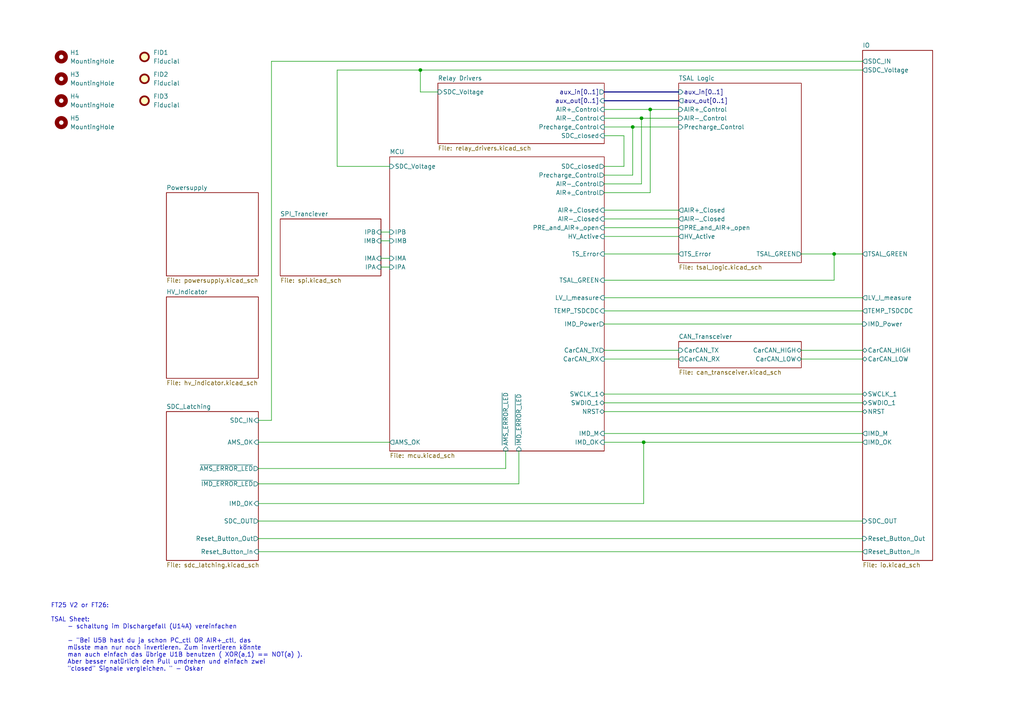
<source format=kicad_sch>
(kicad_sch (version 20250114) (generator "eeschema") (generator_version "9.0")
  (paper "A4")
  (title_block (title "AMS Master Rootsheet") (date "2025-03-09") (rev "V1") (comment 1 "Lene Marquardt"))
  (lib_symbols
    (symbol "Mechanical:Fiducial" (exclude_from_sim yes) (in_bom no)
      (property "Reference" "FID" (at 0 5.08 0))
      (property "Value" "Fiducial" (at 0 3.175 0))
      (symbol "Fiducial_0_1"
        (circle (center 0 0) (radius 1.27) (stroke (width 0.508)) (fill (type background)))
      )
    )
    (symbol "Mechanical:MountingHole" (pin_names (offset 1.016)) (exclude_from_sim yes) (in_bom no)
      (property "Reference" "H" (at 0 5.08 0))
      (property "Value" "MountingHole" (at 0 3.175 0))
      (symbol "MountingHole_0_1"
        (circle (center 0 0) (radius 1.27) (stroke (width 1.27)))
      )
    )
  )
  (text "FT25 V2 or FT26:\n\nTSAL Sheet:\n	- schaltung im Dischargefall (U14A) vereinfachen\n\n	- \"Bei U5B hast du ja schon PC_ctl OR AIR+_ctl, das \n	müsste man nur noch invertieren. Zum invertieren könnte \n	man auch einfach das übrige U1B benutzen ( XOR(a,1) == NOT(a) ). \n	Aber besser natürlich den Pull umdrehen und einfach zwei \n	\"closed\" Signale vergleichen. \" - Oskar\n" (at 14.732 184.912 0) (effects (font (size 1.27 1.27)) (justify left)))
  (junction (at 241.935 73.66))
  (junction (at 121.92 20.32))
  (junction (at 186.69 128.27))
  (junction (at 188.595 31.75))
  (junction (at 183.515 36.83))
  (junction (at 186.055 34.29))
  (wire (pts (xy 180.975 48.26) (xy 180.975 39.37)))
  (wire (pts (xy 188.595 55.88) (xy 188.595 31.75)))
  (wire (pts (xy 175.26 36.83) (xy 183.515 36.83)))
  (wire (pts (xy 175.26 93.98) (xy 250.19 93.98)))
  (wire (pts (xy 175.26 128.27) (xy 186.69 128.27)))
  (wire (pts (xy 186.055 34.29) (xy 196.85 34.29)))
  (wire (pts (xy 110.49 67.31) (xy 113.03 67.31)))
  (wire (pts (xy 186.69 128.27) (xy 186.69 146.05)))
  (bus (pts (xy 175.26 29.21) (xy 196.85 29.21)))
  (wire (pts (xy 175.26 31.75) (xy 188.595 31.75)))
  (wire (pts (xy 78.74 17.78) (xy 250.19 17.78)))
  (wire (pts (xy 175.26 81.28) (xy 241.935 81.28)))
  (wire (pts (xy 97.79 48.26) (xy 113.03 48.26)))
  (wire (pts (xy 74.93 156.21) (xy 250.19 156.21)))
  (wire (pts (xy 121.92 20.32) (xy 121.92 26.67)))
  (wire (pts (xy 183.515 36.83) (xy 183.515 50.8)))
  (wire (pts (xy 188.595 31.75) (xy 196.85 31.75)))
  (wire (pts (xy 232.41 104.14) (xy 250.19 104.14)))
  (wire (pts (xy 110.49 77.47) (xy 113.03 77.47)))
  (wire (pts (xy 74.93 140.335) (xy 150.495 140.335)))
  (wire (pts (xy 175.26 73.66) (xy 196.85 73.66)))
  (wire (pts (xy 175.26 50.8) (xy 183.515 50.8)))
  (wire (pts (xy 74.93 128.27) (xy 113.03 128.27)))
  (wire (pts (xy 110.49 69.85) (xy 113.03 69.85)))
  (wire (pts (xy 150.495 130.81) (xy 150.495 140.335)))
  (wire (pts (xy 175.26 114.3) (xy 250.19 114.3)))
  (wire (pts (xy 175.26 119.38) (xy 250.19 119.38)))
  (wire (pts (xy 74.93 121.92) (xy 78.74 121.92)))
  (wire (pts (xy 241.935 73.66) (xy 250.19 73.66)))
  (wire (pts (xy 241.935 73.66) (xy 241.935 81.28)))
  (wire (pts (xy 175.26 53.34) (xy 186.055 53.34)))
  (wire (pts (xy 121.92 26.67) (xy 127 26.67)))
  (wire (pts (xy 97.79 20.32) (xy 97.79 48.26)))
  (wire (pts (xy 175.26 66.04) (xy 196.85 66.04)))
  (wire (pts (xy 175.26 34.29) (xy 186.055 34.29)))
  (wire (pts (xy 110.49 74.93) (xy 113.03 74.93)))
  (wire (pts (xy 232.41 73.66) (xy 241.935 73.66)))
  (wire (pts (xy 186.69 128.27) (xy 250.19 128.27)))
  (wire (pts (xy 175.26 86.36) (xy 250.19 86.36)))
  (wire (pts (xy 74.93 160.02) (xy 250.19 160.02)))
  (wire (pts (xy 175.26 125.73) (xy 250.19 125.73)))
  (wire (pts (xy 175.26 68.58) (xy 196.85 68.58)))
  (wire (pts (xy 175.26 101.6) (xy 196.85 101.6)))
  (wire (pts (xy 183.515 36.83) (xy 196.85 36.83)))
  (wire (pts (xy 180.975 39.37) (xy 175.26 39.37)))
  (wire (pts (xy 175.26 116.84) (xy 250.19 116.84)))
  (wire (pts (xy 175.26 90.17) (xy 250.19 90.17)))
  (bus (pts (xy 175.26 26.67) (xy 196.85 26.67)))
  (wire (pts (xy 74.93 151.13) (xy 250.19 151.13)))
  (wire (pts (xy 146.685 135.89) (xy 146.685 130.81)))
  (wire (pts (xy 175.26 104.14) (xy 196.85 104.14)))
  (wire (pts (xy 175.26 63.5) (xy 196.85 63.5)))
  (wire (pts (xy 180.975 48.26) (xy 175.26 48.26)))
  (wire (pts (xy 74.93 135.89) (xy 146.685 135.89)))
  (wire (pts (xy 74.93 146.05) (xy 186.69 146.05)))
  (wire (pts (xy 97.79 20.32) (xy 121.92 20.32)))
  (wire (pts (xy 78.74 17.78) (xy 78.74 121.92)))
  (wire (pts (xy 121.92 20.32) (xy 250.19 20.32)))
  (wire (pts (xy 232.41 101.6) (xy 250.19 101.6)))
  (wire (pts (xy 186.055 34.29) (xy 186.055 53.34)))
  (wire (pts (xy 175.26 60.96) (xy 196.85 60.96)))
  (wire (pts (xy 175.26 55.88) (xy 188.595 55.88)))
  (symbol (lib_id "Mechanical:MountingHole") (at 17.78 16.51 0) (unit 1) (exclude_from_sim yes) (in_bom no)
    (property "Reference" "H1" (at 20.32 15.2399 0) (effects (justify left)))
    (property "Value" "MountingHole" (at 20.32 17.7799 0) (effects (justify left)))
    (property "Footprint" "MountingHole:MountingHole_3.2mm_M3" (effects (hide yes)))
    (property "Description" "Mounting Hole without connection" (effects (hide yes)))
  )
  (symbol (lib_id "Mechanical:MountingHole") (at 17.78 35.56 0) (unit 1) (exclude_from_sim yes) (in_bom no)
    (property "Reference" "H5" (at 20.32 34.2899 0) (effects (justify left)))
    (property "Value" "MountingHole" (at 20.32 36.8299 0) (effects (justify left)))
    (property "Footprint" "MountingHole:MountingHole_3.2mm_M3" (effects (hide yes)))
    (property "Description" "Mounting Hole without connection" (effects (hide yes)))
  )
  (symbol (lib_id "Mechanical:Fiducial") (at 41.91 29.21 0) (unit 1) (exclude_from_sim yes) (in_bom no)
    (property "Reference" "FID3" (at 44.45 27.9399 0) (effects (justify left)))
    (property "Value" "Fiducial" (at 44.45 30.4799 0) (effects (justify left)))
    (property "Footprint" "Fiducial:Fiducial_1mm_Mask2mm" (effects (hide yes)))
    (property "Description" "Fiducial Marker" (effects (hide yes)))
  )
  (symbol (lib_id "Mechanical:Fiducial") (at 41.91 16.51 0) (unit 1) (exclude_from_sim yes) (in_bom no)
    (property "Reference" "FID1" (at 44.45 15.2399 0) (effects (justify left)))
    (property "Value" "Fiducial" (at 44.45 17.7799 0) (effects (justify left)))
    (property "Footprint" "Fiducial:Fiducial_1mm_Mask2mm" (effects (hide yes)))
    (property "Description" "Fiducial Marker" (effects (hide yes)))
  )
  (symbol (lib_id "Mechanical:MountingHole") (at 17.78 29.21 0) (unit 1) (exclude_from_sim yes) (in_bom no)
    (property "Reference" "H4" (at 20.32 27.9399 0) (effects (justify left)))
    (property "Value" "MountingHole" (at 20.32 30.4799 0) (effects (justify left)))
    (property "Footprint" "MountingHole:MountingHole_3.2mm_M3" (effects (hide yes)))
    (property "Description" "Mounting Hole without connection" (effects (hide yes)))
  )
  (symbol (lib_id "Mechanical:Fiducial") (at 41.91 22.86 0) (unit 1) (exclude_from_sim yes) (in_bom no)
    (property "Reference" "FID2" (at 44.45 21.5899 0) (effects (justify left)))
    (property "Value" "Fiducial" (at 44.45 24.1299 0) (effects (justify left)))
    (property "Footprint" "Fiducial:Fiducial_1mm_Mask2mm" (effects (hide yes)))
    (property "Description" "Fiducial Marker" (effects (hide yes)))
  )
  (symbol (lib_id "Mechanical:MountingHole") (at 17.78 22.86 0) (unit 1) (exclude_from_sim yes) (in_bom no)
    (property "Reference" "H3" (at 20.32 21.5899 0) (effects (justify left)))
    (property "Value" "MountingHole" (at 20.32 24.1299 0) (effects (justify left)))
    (property "Footprint" "MountingHole:MountingHole_3.2mm_M3" (effects (hide yes)))
    (property "Description" "Mounting Hole without connection" (effects (hide yes)))
  )
  (sheet (at 48.26 119.38) (size 26.67 43.18) (stroke (width 0.1524))
    (property "Sheetname" "SDC_Latching" (at 48.26 118.6684 0) (effects (justify left bottom)))
    (property "Sheetfile" "sdc_latching.kicad_sch" (at 48.26 163.1446 0) (effects (justify left top)))
    (pin "Reset_Button_In" input (at 74.93 160.02 0))
    (pin "Reset_Button_Out" output (at 74.93 156.21 0))
    (pin "SDC_OUT" output (at 74.93 151.13 0))
    (pin "SDC_IN" input (at 74.93 121.92 0))
    (pin "AMS_OK" input (at 74.93 128.27 0))
    (pin "IMD_OK" input (at 74.93 146.05 0))
    (pin "~{AMS_ERROR_LED}" output (at 74.93 135.89 0))
    (pin "~{IMD_ERROR_LED}" output (at 74.93 140.335 0))
  )
  (sheet (at 48.26 55.88) (size 26.67 24.13) (stroke (width 0.1524))
    (property "Sheetname" "Powersupply" (at 48.26 55.1684 0) (effects (justify left bottom)))
    (property "Sheetfile" "powersupply.kicad_sch" (at 48.26 80.5946 0) (effects (justify left top)))
  )
  (sheet (at 196.85 24.13) (size 35.56 52.07) (stroke (width 0.1524))
    (property "Sheetname" "TSAL Logic" (at 196.85 23.4184 0) (effects (justify left bottom)))
    (property "Sheetfile" "tsal_logic.kicad_sch" (at 196.85 76.7846 0) (effects (justify left top)))
    (pin "AIR-_Closed" output (at 196.85 63.5 180))
    (pin "AIR-_Control" input (at 196.85 34.29 180))
    (pin "AIR+_Control" input (at 196.85 31.75 180))
    (pin "AIR+_Closed" output (at 196.85 60.96 180))
    (pin "HV_Active" output (at 196.85 68.58 180))
    (pin "TS_Error" output (at 196.85 73.66 180))
    (pin "Precharge_Control" input (at 196.85 36.83 180))
    (pin "TSAL_GREEN" output (at 232.41 73.66 0))
    (pin "aux_out[0..1]" output (at 196.85 29.21 180))
    (pin "aux_in[0..1]" input (at 196.85 26.67 180))
    (pin "PRE_and_AIR+_open" output (at 196.85 66.04 180))
  )
  (sheet (at 48.26 86.106) (size 26.67 23.622) (stroke (width 0.1524))
    (property "Sheetname" "HV_Indicator" (at 48.26 85.3944 0) (effects (justify left bottom)))
    (property "Sheetfile" "hv_indicator.kicad_sch" (at 48.26 110.3126 0) (effects (justify left top)))
  )
  (sheet (at 81.28 63.5) (size 29.21 16.51) (stroke (width 0.1524))
    (property "Sheetname" "SPI_Tranciever" (at 81.28 62.7884 0) (effects (justify left bottom)))
    (property "Sheetfile" "spi.kicad_sch" (at 81.28 80.5946 0) (effects (justify left top)))
    (pin "IPB" input (at 110.49 67.31 0))
    (pin "IMB" input (at 110.49 69.85 0))
    (pin "IMA" input (at 110.49 74.93 0))
    (pin "IPA" input (at 110.49 77.47 0))
  )
  (sheet (at 127 24.13) (size 48.26 17.526) (stroke (width 0.1524))
    (property "Sheetname" "Relay Drivers" (at 127 23.4184 0) (effects (justify left bottom)))
    (property "Sheetfile" "relay_drivers.kicad_sch" (at 127 42.2406 0) (effects (justify left top)))
    (pin "AIR-_Control" input (at 175.26 34.29 0))
    (pin "AIR+_Control" input (at 175.26 31.75 0))
    (pin "Precharge_Control" input (at 175.26 36.83 0))
    (pin "SDC_Voltage" input (at 127 26.67 180))
    (pin "SDC_closed" input (at 175.26 39.37 0))
    (pin "aux_out[0..1]" input (at 175.26 29.21 0))
    (pin "aux_in[0..1]" output (at 175.26 26.67 0))
  )
  (sheet (at 113.03 45.466) (size 62.23 85.344) (stroke (width 0.1524))
    (property "Sheetname" "MCU" (at 113.03 44.7544 0) (effects (justify left bottom)))
    (property "Sheetfile" "mcu.kicad_sch" (at 113.03 131.3946 0) (effects (justify left top)))
    (pin "CarCAN_TX" output (at 175.26 101.6 0))
    (pin "SWCLK_1" bidirectional (at 175.26 114.3 0))
    (pin "SWDIO_1" bidirectional (at 175.26 116.84 0))
    (pin "CarCAN_RX" input (at 175.26 104.14 0))
    (pin "AIR+_Control" output (at 175.26 55.88 0))
    (pin "AIR-_Control" output (at 175.26 53.34 0))
    (pin "HV_Active" input (at 175.26 68.58 0))
    (pin "AIR+_Closed" input (at 175.26 60.96 0))
    (pin "AIR-_Closed" input (at 175.26 63.5 0))
    (pin "SDC_Voltage" input (at 113.03 48.26 180))
    (pin "IMD_OK" input (at 175.26 128.27 0))
    (pin "TS_Error" input (at 175.26 73.66 0))
    (pin "IMD_M" input (at 175.26 125.73 0))
    (pin "Precharge_Control" output (at 175.26 50.8 0))
    (pin "AMS_OK" output (at 113.03 128.27 180))
    (pin "IMB" input (at 113.03 69.85 180))
    (pin "IMA" input (at 113.03 74.93 180))
    (pin "IPA" input (at 113.03 77.47 180))
    (pin "IPB" input (at 113.03 67.31 180))
    (pin "~{IMD_ERROR_LED}" input (at 150.495 130.81 270))
    (pin "~{AMS_ERROR_LED}" input (at 146.685 130.81 270))
    (pin "TSAL_GREEN" input (at 175.26 81.28 0))
    (pin "NRST" bidirectional (at 175.26 119.38 0))
    (pin "TEMP_TSDCDC" input (at 175.26 90.17 0))
    (pin "LV_I_measure" input (at 175.26 86.36 0))
    (pin "SDC_closed" output (at 175.26 48.26 0))
    (pin "PRE_and_AIR+_open" input (at 175.26 66.04 0))
    (pin "IMD_Power" output (at 175.26 93.98 0))
  )
  (sheet (at 196.85 99.06) (size 35.56 7.62) (stroke (width 0.1524))
    (property "Sheetname" "CAN_Transceiver" (at 196.85 98.3484 0) (effects (justify left bottom)))
    (property "Sheetfile" "can_transceiver.kicad_sch" (at 196.85 107.2646 0) (effects (justify left top)))
    (pin "CarCAN_HIGH" bidirectional (at 232.41 101.6 0))
    (pin "CarCAN_LOW" bidirectional (at 232.41 104.14 0))
    (pin "CarCAN_RX" output (at 196.85 104.14 180))
    (pin "CarCAN_TX" input (at 196.85 101.6 180))
  )
  (sheet (at 250.19 14.605) (size 20.32 147.955) (stroke (width 0.1524))
    (property "Sheetname" "IO" (at 250.19 13.8934 0) (effects (justify left bottom)))
    (property "Sheetfile" "io.kicad_sch" (at 250.19 163.1446 0) (effects (justify left top)))
    (pin "IMD_OK" output (at 250.19 128.27 180))
    (pin "CarCAN_HIGH" bidirectional (at 250.19 101.6 180))
    (pin "CarCAN_LOW" bidirectional (at 250.19 104.14 180))
    (pin "SWCLK_1" bidirectional (at 250.19 114.3 180))
    (pin "SWDIO_1" bidirectional (at 250.19 116.84 180))
    (pin "IMD_M" output (at 250.19 125.73 180))
    (pin "IMD_Power" input (at 250.19 93.98 180))
    (pin "NRST" bidirectional (at 250.19 119.38 180))
    (pin "TEMP_TSDCDC" output (at 250.19 90.17 180))
    (pin "TSAL_GREEN" output (at 250.19 73.66 180))
    (pin "LV_I_measure" output (at 250.19 86.36 180))
    (pin "Reset_Button_Out" input (at 250.19 156.21 180))
    (pin "SDC_IN" output (at 250.19 17.78 180))
    (pin "SDC_Voltage" output (at 250.19 20.32 180))
    (pin "SDC_OUT" input (at 250.19 151.13 180))
    (pin "Reset_Button_In" output (at 250.19 160.02 180))
  )
)
</source>
